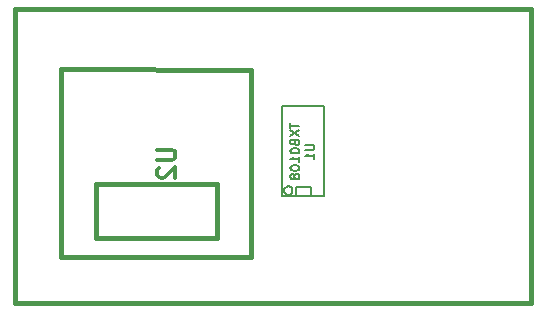
<source format=gbo>
G04 (created by PCBNEW-RS274X (2011-05-25)-stable) date Sat 11 Aug 2012 11:46:33 PM MDT*
G01*
G70*
G90*
%MOIN*%
G04 Gerber Fmt 3.4, Leading zero omitted, Abs format*
%FSLAX34Y34*%
G04 APERTURE LIST*
%ADD10C,0.006000*%
%ADD11C,0.015000*%
%ADD12C,0.006500*%
%ADD13C,0.005000*%
%ADD14C,0.012000*%
G04 APERTURE END LIST*
G54D10*
G54D11*
X22900Y-18800D02*
X22900Y-18700D01*
X22700Y-18800D02*
X22900Y-18800D01*
X22900Y-09000D02*
X22900Y-09100D01*
X22800Y-09000D02*
X22900Y-09000D01*
X05700Y-09000D02*
X05700Y-09200D01*
X22900Y-09100D02*
X22900Y-18700D01*
X05700Y-09000D02*
X22800Y-09000D01*
X05700Y-18800D02*
X05700Y-09200D01*
X22700Y-18800D02*
X05700Y-18800D01*
G54D12*
X16000Y-12240D02*
X16000Y-15240D01*
X14600Y-15240D02*
X14600Y-12240D01*
X16000Y-12240D02*
X14600Y-12240D01*
G54D10*
X14600Y-15240D02*
X16000Y-15240D01*
G54D13*
X14941Y-15040D02*
X14938Y-15067D01*
X14930Y-15093D01*
X14917Y-15118D01*
X14900Y-15139D01*
X14878Y-15156D01*
X14854Y-15169D01*
X14828Y-15178D01*
X14800Y-15180D01*
X14774Y-15178D01*
X14748Y-15170D01*
X14723Y-15157D01*
X14702Y-15140D01*
X14684Y-15119D01*
X14671Y-15095D01*
X14663Y-15069D01*
X14660Y-15041D01*
X14662Y-15015D01*
X14669Y-14989D01*
X14682Y-14964D01*
X14699Y-14943D01*
X14720Y-14925D01*
X14744Y-14911D01*
X14770Y-14903D01*
X14798Y-14900D01*
X14824Y-14902D01*
X14850Y-14909D01*
X14875Y-14921D01*
X14897Y-14938D01*
X14915Y-14959D01*
X14928Y-14983D01*
X14937Y-15009D01*
X14940Y-15037D01*
X14941Y-15040D01*
X15550Y-15240D02*
X15550Y-14940D01*
X15550Y-14940D02*
X15050Y-14940D01*
X15050Y-14940D02*
X15050Y-15240D01*
G54D11*
X08392Y-16620D02*
X12408Y-16620D01*
X12408Y-16620D02*
X12408Y-14809D01*
X12408Y-14809D02*
X08392Y-14809D01*
X08392Y-14809D02*
X08392Y-16620D01*
X13569Y-17270D02*
X13569Y-11010D01*
X13569Y-11010D02*
X07231Y-10990D01*
X07231Y-10990D02*
X07231Y-17270D01*
X07231Y-17270D02*
X13569Y-17270D01*
G54D13*
X15371Y-13511D02*
X15614Y-13511D01*
X15643Y-13526D01*
X15657Y-13540D01*
X15671Y-13569D01*
X15671Y-13626D01*
X15657Y-13654D01*
X15643Y-13669D01*
X15614Y-13683D01*
X15371Y-13683D01*
X15671Y-13983D02*
X15671Y-13811D01*
X15671Y-13897D02*
X15371Y-13897D01*
X15414Y-13868D01*
X15443Y-13840D01*
X15457Y-13811D01*
X14871Y-12790D02*
X14871Y-12961D01*
X15171Y-12875D02*
X14871Y-12875D01*
X14871Y-13033D02*
X15171Y-13233D01*
X14871Y-13233D02*
X15171Y-13033D01*
X15014Y-13447D02*
X15029Y-13490D01*
X15043Y-13505D01*
X15071Y-13519D01*
X15114Y-13519D01*
X15143Y-13505D01*
X15157Y-13490D01*
X15171Y-13462D01*
X15171Y-13347D01*
X14871Y-13347D01*
X14871Y-13447D01*
X14886Y-13476D01*
X14900Y-13490D01*
X14929Y-13505D01*
X14957Y-13505D01*
X14986Y-13490D01*
X15000Y-13476D01*
X15014Y-13447D01*
X15014Y-13347D01*
X14871Y-13705D02*
X14871Y-13733D01*
X14886Y-13762D01*
X14900Y-13776D01*
X14929Y-13790D01*
X14986Y-13805D01*
X15057Y-13805D01*
X15114Y-13790D01*
X15143Y-13776D01*
X15157Y-13762D01*
X15171Y-13733D01*
X15171Y-13705D01*
X15157Y-13676D01*
X15143Y-13662D01*
X15114Y-13647D01*
X15057Y-13633D01*
X14986Y-13633D01*
X14929Y-13647D01*
X14900Y-13662D01*
X14886Y-13676D01*
X14871Y-13705D01*
X15171Y-14091D02*
X15171Y-13919D01*
X15171Y-14005D02*
X14871Y-14005D01*
X14914Y-13976D01*
X14943Y-13948D01*
X14957Y-13919D01*
X14871Y-14277D02*
X14871Y-14305D01*
X14886Y-14334D01*
X14900Y-14348D01*
X14929Y-14362D01*
X14986Y-14377D01*
X15057Y-14377D01*
X15114Y-14362D01*
X15143Y-14348D01*
X15157Y-14334D01*
X15171Y-14305D01*
X15171Y-14277D01*
X15157Y-14248D01*
X15143Y-14234D01*
X15114Y-14219D01*
X15057Y-14205D01*
X14986Y-14205D01*
X14929Y-14219D01*
X14900Y-14234D01*
X14886Y-14248D01*
X14871Y-14277D01*
X15000Y-14548D02*
X14986Y-14520D01*
X14971Y-14505D01*
X14943Y-14491D01*
X14929Y-14491D01*
X14900Y-14505D01*
X14886Y-14520D01*
X14871Y-14548D01*
X14871Y-14605D01*
X14886Y-14634D01*
X14900Y-14648D01*
X14929Y-14663D01*
X14943Y-14663D01*
X14971Y-14648D01*
X14986Y-14634D01*
X15000Y-14605D01*
X15000Y-14548D01*
X15014Y-14520D01*
X15029Y-14505D01*
X15057Y-14491D01*
X15114Y-14491D01*
X15143Y-14505D01*
X15157Y-14520D01*
X15171Y-14548D01*
X15171Y-14605D01*
X15157Y-14634D01*
X15143Y-14648D01*
X15114Y-14663D01*
X15057Y-14663D01*
X15029Y-14648D01*
X15014Y-14634D01*
X15000Y-14605D01*
G54D14*
X10437Y-13683D02*
X10923Y-13683D01*
X10980Y-13711D01*
X11008Y-13740D01*
X11037Y-13797D01*
X11037Y-13911D01*
X11008Y-13969D01*
X10980Y-13997D01*
X10923Y-14026D01*
X10437Y-14026D01*
X10494Y-14283D02*
X10465Y-14312D01*
X10437Y-14369D01*
X10437Y-14512D01*
X10465Y-14569D01*
X10494Y-14598D01*
X10551Y-14626D01*
X10608Y-14626D01*
X10694Y-14598D01*
X11037Y-14255D01*
X11037Y-14626D01*
M02*

</source>
